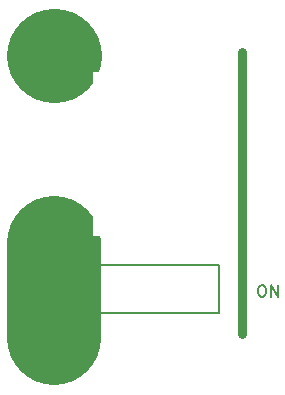
<source format=gto>
%TF.GenerationSoftware,KiCad,Pcbnew,5.0.0-fee4fd1~66~ubuntu16.04.1*%
%TF.CreationDate,2018-09-24T23:22:23-07:00*%
%TF.ProjectId,3x4-CR2032-Coin-Cell-On-Off-Switch,3378342D4352323033322D436F696E2D,v1.1*%
%TF.SameCoordinates,Original*%
%TF.FileFunction,Legend,Top*%
%TF.FilePolarity,Positive*%
%FSLAX46Y46*%
G04 Gerber Fmt 4.6, Leading zero omitted, Abs format (unit mm)*
G04 Created by KiCad (PCBNEW 5.0.0-fee4fd1~66~ubuntu16.04.1) date Mon Sep 24 23:22:23 2018*
%MOMM*%
%LPD*%
G01*
G04 APERTURE LIST*
%ADD10C,8.000000*%
%ADD11C,0.152400*%
%ADD12C,0.762000*%
%ADD13C,0.150000*%
%ADD14R,2.752400X5.712400*%
%ADD15R,9.152400X13.952400*%
%ADD16C,1.676400*%
G04 APERTURE END LIST*
D10*
X13310000Y-48390000D02*
X13410000Y-48390000D01*
D11*
X27270490Y-70110446D02*
X27270490Y-66046446D01*
X15270490Y-70110446D02*
X27270490Y-70110446D01*
X15270490Y-66046446D02*
X27270490Y-66046446D01*
X15270490Y-70110446D02*
X15270490Y-66046446D01*
D12*
X29210000Y-71882000D02*
X29210000Y-48006000D01*
D10*
X13310000Y-72290000D02*
X13310000Y-64190000D01*
D13*
X30828152Y-67778380D02*
X31018628Y-67778380D01*
X31113866Y-67826000D01*
X31209104Y-67921238D01*
X31256723Y-68111714D01*
X31256723Y-68445047D01*
X31209104Y-68635523D01*
X31113866Y-68730761D01*
X31018628Y-68778380D01*
X30828152Y-68778380D01*
X30732914Y-68730761D01*
X30637676Y-68635523D01*
X30590057Y-68445047D01*
X30590057Y-68111714D01*
X30637676Y-67921238D01*
X30732914Y-67826000D01*
X30828152Y-67778380D01*
X31685295Y-68778380D02*
X31685295Y-67778380D01*
X32256723Y-68778380D01*
X32256723Y-67778380D01*
%LPC*%
D14*
X31410000Y-56390000D03*
D15*
X21206000Y-56644000D03*
D14*
X11010000Y-56390000D03*
D16*
X21270490Y-68078446D03*
X18781290Y-68078446D03*
X23759690Y-68078446D03*
M02*

</source>
